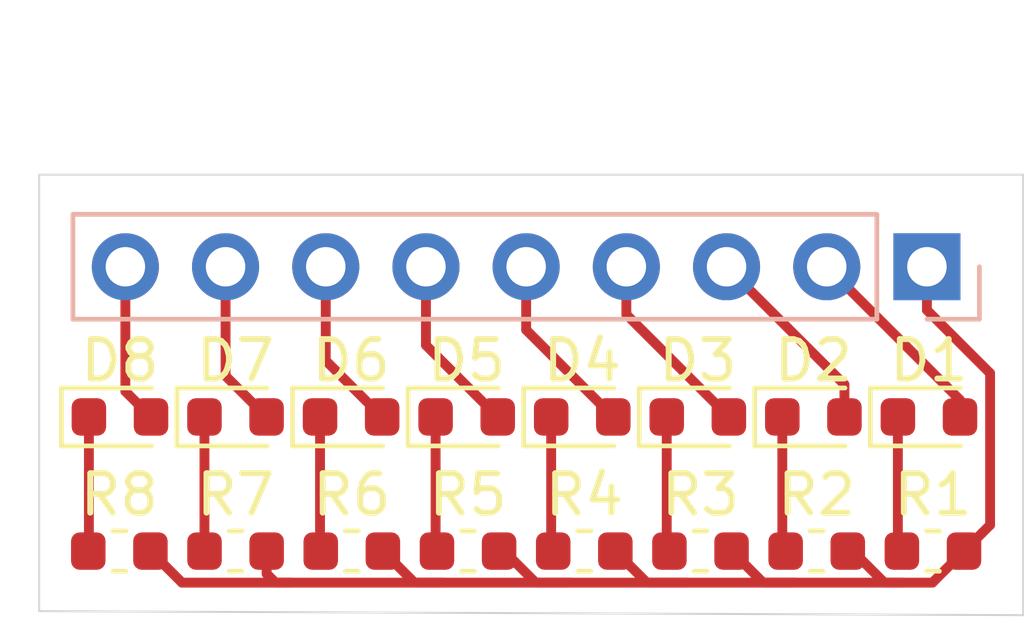
<source format=kicad_pcb>
(kicad_pcb (version 20171130) (host pcbnew "(5.1.0-0)")

  (general
    (thickness 1.6)
    (drawings 4)
    (tracks 62)
    (zones 0)
    (modules 17)
    (nets 18)
  )

  (page A4)
  (layers
    (0 F.Cu signal)
    (31 B.Cu signal)
    (32 B.Adhes user)
    (33 F.Adhes user)
    (34 B.Paste user)
    (35 F.Paste user)
    (36 B.SilkS user)
    (37 F.SilkS user)
    (38 B.Mask user)
    (39 F.Mask user)
    (40 Dwgs.User user)
    (41 Cmts.User user)
    (42 Eco1.User user)
    (43 Eco2.User user)
    (44 Edge.Cuts user)
    (45 Margin user)
    (46 B.CrtYd user)
    (47 F.CrtYd user)
    (48 B.Fab user)
    (49 F.Fab user)
  )

  (setup
    (last_trace_width 0.25)
    (trace_clearance 0.2)
    (zone_clearance 0.508)
    (zone_45_only no)
    (trace_min 0.2)
    (via_size 0.8)
    (via_drill 0.4)
    (via_min_size 0.4)
    (via_min_drill 0.3)
    (uvia_size 0.3)
    (uvia_drill 0.1)
    (uvias_allowed no)
    (uvia_min_size 0.2)
    (uvia_min_drill 0.1)
    (edge_width 0.05)
    (segment_width 0.2)
    (pcb_text_width 0.3)
    (pcb_text_size 1.5 1.5)
    (mod_edge_width 0.12)
    (mod_text_size 1 1)
    (mod_text_width 0.15)
    (pad_size 1.524 1.524)
    (pad_drill 0.762)
    (pad_to_mask_clearance 0.051)
    (solder_mask_min_width 0.25)
    (aux_axis_origin 0 0)
    (visible_elements FFFFFF7F)
    (pcbplotparams
      (layerselection 0x010fc_ffffffff)
      (usegerberextensions false)
      (usegerberattributes false)
      (usegerberadvancedattributes false)
      (creategerberjobfile false)
      (excludeedgelayer true)
      (linewidth 0.100000)
      (plotframeref false)
      (viasonmask false)
      (mode 1)
      (useauxorigin false)
      (hpglpennumber 1)
      (hpglpenspeed 20)
      (hpglpendiameter 15.000000)
      (psnegative false)
      (psa4output false)
      (plotreference true)
      (plotvalue true)
      (plotinvisibletext false)
      (padsonsilk false)
      (subtractmaskfromsilk false)
      (outputformat 1)
      (mirror false)
      (drillshape 1)
      (scaleselection 1)
      (outputdirectory ""))
  )

  (net 0 "")
  (net 1 "Net-(D1-Pad2)")
  (net 2 "Net-(D1-Pad1)")
  (net 3 "Net-(D2-Pad2)")
  (net 4 "Net-(D2-Pad1)")
  (net 5 "Net-(D3-Pad2)")
  (net 6 "Net-(D3-Pad1)")
  (net 7 "Net-(D4-Pad2)")
  (net 8 "Net-(D4-Pad1)")
  (net 9 "Net-(D5-Pad2)")
  (net 10 "Net-(D5-Pad1)")
  (net 11 "Net-(D6-Pad2)")
  (net 12 "Net-(D6-Pad1)")
  (net 13 "Net-(D7-Pad2)")
  (net 14 "Net-(D7-Pad1)")
  (net 15 "Net-(D8-Pad2)")
  (net 16 "Net-(D8-Pad1)")
  (net 17 "Net-(J1-Pad1)")

  (net_class Default "This is the default net class."
    (clearance 0.2)
    (trace_width 0.25)
    (via_dia 0.8)
    (via_drill 0.4)
    (uvia_dia 0.3)
    (uvia_drill 0.1)
    (add_net "Net-(D1-Pad1)")
    (add_net "Net-(D1-Pad2)")
    (add_net "Net-(D2-Pad1)")
    (add_net "Net-(D2-Pad2)")
    (add_net "Net-(D3-Pad1)")
    (add_net "Net-(D3-Pad2)")
    (add_net "Net-(D4-Pad1)")
    (add_net "Net-(D4-Pad2)")
    (add_net "Net-(D5-Pad1)")
    (add_net "Net-(D5-Pad2)")
    (add_net "Net-(D6-Pad1)")
    (add_net "Net-(D6-Pad2)")
    (add_net "Net-(D7-Pad1)")
    (add_net "Net-(D7-Pad2)")
    (add_net "Net-(D8-Pad1)")
    (add_net "Net-(D8-Pad2)")
    (add_net "Net-(J1-Pad1)")
  )

  (module Connector_PinHeader_2.54mm:PinHeader_1x09_P2.54mm_Vertical (layer B.Cu) (tedit 59FED5CC) (tstamp 5D82DEF2)
    (at 134.7724 72.4408 90)
    (descr "Through hole straight pin header, 1x09, 2.54mm pitch, single row")
    (tags "Through hole pin header THT 1x09 2.54mm single row")
    (path /5D82912C)
    (fp_text reference J1 (at 0 2.33 90) (layer B.SilkS) hide
      (effects (font (size 1 1) (thickness 0.15)) (justify mirror))
    )
    (fp_text value Conn_01x09_Male (at 0 -22.65 90) (layer B.Fab)
      (effects (font (size 1 1) (thickness 0.15)) (justify mirror))
    )
    (fp_text user %R (at 0 -10.16) (layer B.Fab)
      (effects (font (size 1 1) (thickness 0.15)) (justify mirror))
    )
    (fp_line (start 1.8 1.8) (end -1.8 1.8) (layer B.CrtYd) (width 0.05))
    (fp_line (start 1.8 -22.1) (end 1.8 1.8) (layer B.CrtYd) (width 0.05))
    (fp_line (start -1.8 -22.1) (end 1.8 -22.1) (layer B.CrtYd) (width 0.05))
    (fp_line (start -1.8 1.8) (end -1.8 -22.1) (layer B.CrtYd) (width 0.05))
    (fp_line (start -1.33 1.33) (end 0 1.33) (layer B.SilkS) (width 0.12))
    (fp_line (start -1.33 0) (end -1.33 1.33) (layer B.SilkS) (width 0.12))
    (fp_line (start -1.33 -1.27) (end 1.33 -1.27) (layer B.SilkS) (width 0.12))
    (fp_line (start 1.33 -1.27) (end 1.33 -21.65) (layer B.SilkS) (width 0.12))
    (fp_line (start -1.33 -1.27) (end -1.33 -21.65) (layer B.SilkS) (width 0.12))
    (fp_line (start -1.33 -21.65) (end 1.33 -21.65) (layer B.SilkS) (width 0.12))
    (fp_line (start -1.27 0.635) (end -0.635 1.27) (layer B.Fab) (width 0.1))
    (fp_line (start -1.27 -21.59) (end -1.27 0.635) (layer B.Fab) (width 0.1))
    (fp_line (start 1.27 -21.59) (end -1.27 -21.59) (layer B.Fab) (width 0.1))
    (fp_line (start 1.27 1.27) (end 1.27 -21.59) (layer B.Fab) (width 0.1))
    (fp_line (start -0.635 1.27) (end 1.27 1.27) (layer B.Fab) (width 0.1))
    (pad 9 thru_hole oval (at 0 -20.32 90) (size 1.7 1.7) (drill 1) (layers *.Cu *.Mask)
      (net 15 "Net-(D8-Pad2)"))
    (pad 8 thru_hole oval (at 0 -17.78 90) (size 1.7 1.7) (drill 1) (layers *.Cu *.Mask)
      (net 13 "Net-(D7-Pad2)"))
    (pad 7 thru_hole oval (at 0 -15.24 90) (size 1.7 1.7) (drill 1) (layers *.Cu *.Mask)
      (net 11 "Net-(D6-Pad2)"))
    (pad 6 thru_hole oval (at 0 -12.7 90) (size 1.7 1.7) (drill 1) (layers *.Cu *.Mask)
      (net 9 "Net-(D5-Pad2)"))
    (pad 5 thru_hole oval (at 0 -10.16 90) (size 1.7 1.7) (drill 1) (layers *.Cu *.Mask)
      (net 7 "Net-(D4-Pad2)"))
    (pad 4 thru_hole oval (at 0 -7.62 90) (size 1.7 1.7) (drill 1) (layers *.Cu *.Mask)
      (net 5 "Net-(D3-Pad2)"))
    (pad 3 thru_hole oval (at 0 -5.08 90) (size 1.7 1.7) (drill 1) (layers *.Cu *.Mask)
      (net 3 "Net-(D2-Pad2)"))
    (pad 2 thru_hole oval (at 0 -2.54 90) (size 1.7 1.7) (drill 1) (layers *.Cu *.Mask)
      (net 1 "Net-(D1-Pad2)"))
    (pad 1 thru_hole rect (at 0 0 90) (size 1.7 1.7) (drill 1) (layers *.Cu *.Mask)
      (net 17 "Net-(J1-Pad1)"))
    (model ${KISYS3DMOD}/Connector_PinHeader_2.54mm.3dshapes/PinHeader_1x09_P2.54mm_Vertical.wrl
      (at (xyz 0 0 0))
      (scale (xyz 1 1 1))
      (rotate (xyz 0 0 0))
    )
  )

  (module LED_SMD:LED_0603_1608Metric (layer F.Cu) (tedit 5B301BBE) (tstamp 5D82E2BF)
    (at 131.893484 76.2508)
    (descr "LED SMD 0603 (1608 Metric), square (rectangular) end terminal, IPC_7351 nominal, (Body size source: http://www.tortai-tech.com/upload/download/2011102023233369053.pdf), generated with kicad-footprint-generator")
    (tags diode)
    (path /5D82B797)
    (attr smd)
    (fp_text reference D2 (at 0 -1.43) (layer F.SilkS)
      (effects (font (size 1 1) (thickness 0.15)))
    )
    (fp_text value LED (at 0 1.43) (layer F.Fab)
      (effects (font (size 1 1) (thickness 0.15)))
    )
    (fp_text user %R (at 0 0) (layer F.Fab)
      (effects (font (size 0.4 0.4) (thickness 0.06)))
    )
    (fp_line (start 1.48 0.73) (end -1.48 0.73) (layer F.CrtYd) (width 0.05))
    (fp_line (start 1.48 -0.73) (end 1.48 0.73) (layer F.CrtYd) (width 0.05))
    (fp_line (start -1.48 -0.73) (end 1.48 -0.73) (layer F.CrtYd) (width 0.05))
    (fp_line (start -1.48 0.73) (end -1.48 -0.73) (layer F.CrtYd) (width 0.05))
    (fp_line (start -1.485 0.735) (end 0.8 0.735) (layer F.SilkS) (width 0.12))
    (fp_line (start -1.485 -0.735) (end -1.485 0.735) (layer F.SilkS) (width 0.12))
    (fp_line (start 0.8 -0.735) (end -1.485 -0.735) (layer F.SilkS) (width 0.12))
    (fp_line (start 0.8 0.4) (end 0.8 -0.4) (layer F.Fab) (width 0.1))
    (fp_line (start -0.8 0.4) (end 0.8 0.4) (layer F.Fab) (width 0.1))
    (fp_line (start -0.8 -0.1) (end -0.8 0.4) (layer F.Fab) (width 0.1))
    (fp_line (start -0.5 -0.4) (end -0.8 -0.1) (layer F.Fab) (width 0.1))
    (fp_line (start 0.8 -0.4) (end -0.5 -0.4) (layer F.Fab) (width 0.1))
    (pad 2 smd roundrect (at 0.7875 0) (size 0.875 0.95) (layers F.Cu F.Paste F.Mask) (roundrect_rratio 0.25)
      (net 3 "Net-(D2-Pad2)"))
    (pad 1 smd roundrect (at -0.7875 0) (size 0.875 0.95) (layers F.Cu F.Paste F.Mask) (roundrect_rratio 0.25)
      (net 4 "Net-(D2-Pad1)"))
    (model ${KISYS3DMOD}/LED_SMD.3dshapes/LED_0603_1608Metric.wrl
      (at (xyz 0 0 0))
      (scale (xyz 1 1 1))
      (rotate (xyz 0 0 0))
    )
  )

  (module LED_SMD:LED_0603_1608Metric (layer F.Cu) (tedit 5B301BBE) (tstamp 5D82DE16)
    (at 128.96377 76.2508)
    (descr "LED SMD 0603 (1608 Metric), square (rectangular) end terminal, IPC_7351 nominal, (Body size source: http://www.tortai-tech.com/upload/download/2011102023233369053.pdf), generated with kicad-footprint-generator")
    (tags diode)
    (path /5D82BC7C)
    (attr smd)
    (fp_text reference D3 (at 0 -1.43) (layer F.SilkS)
      (effects (font (size 1 1) (thickness 0.15)))
    )
    (fp_text value LED (at 0 1.43) (layer F.Fab)
      (effects (font (size 1 1) (thickness 0.15)))
    )
    (fp_text user %R (at 0 0) (layer F.Fab)
      (effects (font (size 0.4 0.4) (thickness 0.06)))
    )
    (fp_line (start 1.48 0.73) (end -1.48 0.73) (layer F.CrtYd) (width 0.05))
    (fp_line (start 1.48 -0.73) (end 1.48 0.73) (layer F.CrtYd) (width 0.05))
    (fp_line (start -1.48 -0.73) (end 1.48 -0.73) (layer F.CrtYd) (width 0.05))
    (fp_line (start -1.48 0.73) (end -1.48 -0.73) (layer F.CrtYd) (width 0.05))
    (fp_line (start -1.485 0.735) (end 0.8 0.735) (layer F.SilkS) (width 0.12))
    (fp_line (start -1.485 -0.735) (end -1.485 0.735) (layer F.SilkS) (width 0.12))
    (fp_line (start 0.8 -0.735) (end -1.485 -0.735) (layer F.SilkS) (width 0.12))
    (fp_line (start 0.8 0.4) (end 0.8 -0.4) (layer F.Fab) (width 0.1))
    (fp_line (start -0.8 0.4) (end 0.8 0.4) (layer F.Fab) (width 0.1))
    (fp_line (start -0.8 -0.1) (end -0.8 0.4) (layer F.Fab) (width 0.1))
    (fp_line (start -0.5 -0.4) (end -0.8 -0.1) (layer F.Fab) (width 0.1))
    (fp_line (start 0.8 -0.4) (end -0.5 -0.4) (layer F.Fab) (width 0.1))
    (pad 2 smd roundrect (at 0.7875 0) (size 0.875 0.95) (layers F.Cu F.Paste F.Mask) (roundrect_rratio 0.25)
      (net 5 "Net-(D3-Pad2)"))
    (pad 1 smd roundrect (at -0.7875 0) (size 0.875 0.95) (layers F.Cu F.Paste F.Mask) (roundrect_rratio 0.25)
      (net 6 "Net-(D3-Pad1)"))
    (model ${KISYS3DMOD}/LED_SMD.3dshapes/LED_0603_1608Metric.wrl
      (at (xyz 0 0 0))
      (scale (xyz 1 1 1))
      (rotate (xyz 0 0 0))
    )
  )

  (module LED_SMD:LED_0603_1608Metric (layer F.Cu) (tedit 5B301BBE) (tstamp 5D82DE2A)
    (at 126.034056 76.2508)
    (descr "LED SMD 0603 (1608 Metric), square (rectangular) end terminal, IPC_7351 nominal, (Body size source: http://www.tortai-tech.com/upload/download/2011102023233369053.pdf), generated with kicad-footprint-generator")
    (tags diode)
    (path /5D82C03F)
    (attr smd)
    (fp_text reference D4 (at 0 -1.43) (layer F.SilkS)
      (effects (font (size 1 1) (thickness 0.15)))
    )
    (fp_text value LED (at 0 1.43) (layer F.Fab)
      (effects (font (size 1 1) (thickness 0.15)))
    )
    (fp_text user %R (at 0 0) (layer F.Fab)
      (effects (font (size 0.4 0.4) (thickness 0.06)))
    )
    (fp_line (start 1.48 0.73) (end -1.48 0.73) (layer F.CrtYd) (width 0.05))
    (fp_line (start 1.48 -0.73) (end 1.48 0.73) (layer F.CrtYd) (width 0.05))
    (fp_line (start -1.48 -0.73) (end 1.48 -0.73) (layer F.CrtYd) (width 0.05))
    (fp_line (start -1.48 0.73) (end -1.48 -0.73) (layer F.CrtYd) (width 0.05))
    (fp_line (start -1.485 0.735) (end 0.8 0.735) (layer F.SilkS) (width 0.12))
    (fp_line (start -1.485 -0.735) (end -1.485 0.735) (layer F.SilkS) (width 0.12))
    (fp_line (start 0.8 -0.735) (end -1.485 -0.735) (layer F.SilkS) (width 0.12))
    (fp_line (start 0.8 0.4) (end 0.8 -0.4) (layer F.Fab) (width 0.1))
    (fp_line (start -0.8 0.4) (end 0.8 0.4) (layer F.Fab) (width 0.1))
    (fp_line (start -0.8 -0.1) (end -0.8 0.4) (layer F.Fab) (width 0.1))
    (fp_line (start -0.5 -0.4) (end -0.8 -0.1) (layer F.Fab) (width 0.1))
    (fp_line (start 0.8 -0.4) (end -0.5 -0.4) (layer F.Fab) (width 0.1))
    (pad 2 smd roundrect (at 0.7875 0) (size 0.875 0.95) (layers F.Cu F.Paste F.Mask) (roundrect_rratio 0.25)
      (net 7 "Net-(D4-Pad2)"))
    (pad 1 smd roundrect (at -0.7875 0) (size 0.875 0.95) (layers F.Cu F.Paste F.Mask) (roundrect_rratio 0.25)
      (net 8 "Net-(D4-Pad1)"))
    (model ${KISYS3DMOD}/LED_SMD.3dshapes/LED_0603_1608Metric.wrl
      (at (xyz 0 0 0))
      (scale (xyz 1 1 1))
      (rotate (xyz 0 0 0))
    )
  )

  (module LED_SMD:LED_0603_1608Metric (layer F.Cu) (tedit 5B301BBE) (tstamp 5D83164F)
    (at 123.104342 76.2508)
    (descr "LED SMD 0603 (1608 Metric), square (rectangular) end terminal, IPC_7351 nominal, (Body size source: http://www.tortai-tech.com/upload/download/2011102023233369053.pdf), generated with kicad-footprint-generator")
    (tags diode)
    (path /5D82D68E)
    (attr smd)
    (fp_text reference D5 (at 0 -1.43) (layer F.SilkS)
      (effects (font (size 1 1) (thickness 0.15)))
    )
    (fp_text value LED (at 0 1.43) (layer F.Fab)
      (effects (font (size 1 1) (thickness 0.15)))
    )
    (fp_text user %R (at 0 0) (layer F.Fab)
      (effects (font (size 0.4 0.4) (thickness 0.06)))
    )
    (fp_line (start 1.48 0.73) (end -1.48 0.73) (layer F.CrtYd) (width 0.05))
    (fp_line (start 1.48 -0.73) (end 1.48 0.73) (layer F.CrtYd) (width 0.05))
    (fp_line (start -1.48 -0.73) (end 1.48 -0.73) (layer F.CrtYd) (width 0.05))
    (fp_line (start -1.48 0.73) (end -1.48 -0.73) (layer F.CrtYd) (width 0.05))
    (fp_line (start -1.485 0.735) (end 0.8 0.735) (layer F.SilkS) (width 0.12))
    (fp_line (start -1.485 -0.735) (end -1.485 0.735) (layer F.SilkS) (width 0.12))
    (fp_line (start 0.8 -0.735) (end -1.485 -0.735) (layer F.SilkS) (width 0.12))
    (fp_line (start 0.8 0.4) (end 0.8 -0.4) (layer F.Fab) (width 0.1))
    (fp_line (start -0.8 0.4) (end 0.8 0.4) (layer F.Fab) (width 0.1))
    (fp_line (start -0.8 -0.1) (end -0.8 0.4) (layer F.Fab) (width 0.1))
    (fp_line (start -0.5 -0.4) (end -0.8 -0.1) (layer F.Fab) (width 0.1))
    (fp_line (start 0.8 -0.4) (end -0.5 -0.4) (layer F.Fab) (width 0.1))
    (pad 2 smd roundrect (at 0.7875 0) (size 0.875 0.95) (layers F.Cu F.Paste F.Mask) (roundrect_rratio 0.25)
      (net 9 "Net-(D5-Pad2)"))
    (pad 1 smd roundrect (at -0.7875 0) (size 0.875 0.95) (layers F.Cu F.Paste F.Mask) (roundrect_rratio 0.25)
      (net 10 "Net-(D5-Pad1)"))
    (model ${KISYS3DMOD}/LED_SMD.3dshapes/LED_0603_1608Metric.wrl
      (at (xyz 0 0 0))
      (scale (xyz 1 1 1))
      (rotate (xyz 0 0 0))
    )
  )

  (module LED_SMD:LED_0603_1608Metric (layer F.Cu) (tedit 5B301BBE) (tstamp 5D82DDEE)
    (at 134.8232 76.2508)
    (descr "LED SMD 0603 (1608 Metric), square (rectangular) end terminal, IPC_7351 nominal, (Body size source: http://www.tortai-tech.com/upload/download/2011102023233369053.pdf), generated with kicad-footprint-generator")
    (tags diode)
    (path /5D82A3ED)
    (attr smd)
    (fp_text reference D1 (at 0 -1.43) (layer F.SilkS)
      (effects (font (size 1 1) (thickness 0.15)))
    )
    (fp_text value LED (at 0 1.43) (layer F.Fab)
      (effects (font (size 1 1) (thickness 0.15)))
    )
    (fp_text user %R (at 0 0) (layer F.Fab)
      (effects (font (size 0.4 0.4) (thickness 0.06)))
    )
    (fp_line (start 1.48 0.73) (end -1.48 0.73) (layer F.CrtYd) (width 0.05))
    (fp_line (start 1.48 -0.73) (end 1.48 0.73) (layer F.CrtYd) (width 0.05))
    (fp_line (start -1.48 -0.73) (end 1.48 -0.73) (layer F.CrtYd) (width 0.05))
    (fp_line (start -1.48 0.73) (end -1.48 -0.73) (layer F.CrtYd) (width 0.05))
    (fp_line (start -1.485 0.735) (end 0.8 0.735) (layer F.SilkS) (width 0.12))
    (fp_line (start -1.485 -0.735) (end -1.485 0.735) (layer F.SilkS) (width 0.12))
    (fp_line (start 0.8 -0.735) (end -1.485 -0.735) (layer F.SilkS) (width 0.12))
    (fp_line (start 0.8 0.4) (end 0.8 -0.4) (layer F.Fab) (width 0.1))
    (fp_line (start -0.8 0.4) (end 0.8 0.4) (layer F.Fab) (width 0.1))
    (fp_line (start -0.8 -0.1) (end -0.8 0.4) (layer F.Fab) (width 0.1))
    (fp_line (start -0.5 -0.4) (end -0.8 -0.1) (layer F.Fab) (width 0.1))
    (fp_line (start 0.8 -0.4) (end -0.5 -0.4) (layer F.Fab) (width 0.1))
    (pad 2 smd roundrect (at 0.7875 0) (size 0.875 0.95) (layers F.Cu F.Paste F.Mask) (roundrect_rratio 0.25)
      (net 1 "Net-(D1-Pad2)"))
    (pad 1 smd roundrect (at -0.7875 0) (size 0.875 0.95) (layers F.Cu F.Paste F.Mask) (roundrect_rratio 0.25)
      (net 2 "Net-(D1-Pad1)"))
    (model ${KISYS3DMOD}/LED_SMD.3dshapes/LED_0603_1608Metric.wrl
      (at (xyz 0 0 0))
      (scale (xyz 1 1 1))
      (rotate (xyz 0 0 0))
    )
  )

  (module LED_SMD:LED_0603_1608Metric (layer F.Cu) (tedit 5B301BBE) (tstamp 5D82DE52)
    (at 120.174628 76.2508)
    (descr "LED SMD 0603 (1608 Metric), square (rectangular) end terminal, IPC_7351 nominal, (Body size source: http://www.tortai-tech.com/upload/download/2011102023233369053.pdf), generated with kicad-footprint-generator")
    (tags diode)
    (path /5D82D694)
    (attr smd)
    (fp_text reference D6 (at 0 -1.43) (layer F.SilkS)
      (effects (font (size 1 1) (thickness 0.15)))
    )
    (fp_text value LED (at 0 1.43) (layer F.Fab)
      (effects (font (size 1 1) (thickness 0.15)))
    )
    (fp_text user %R (at 0 0) (layer F.Fab)
      (effects (font (size 0.4 0.4) (thickness 0.06)))
    )
    (fp_line (start 1.48 0.73) (end -1.48 0.73) (layer F.CrtYd) (width 0.05))
    (fp_line (start 1.48 -0.73) (end 1.48 0.73) (layer F.CrtYd) (width 0.05))
    (fp_line (start -1.48 -0.73) (end 1.48 -0.73) (layer F.CrtYd) (width 0.05))
    (fp_line (start -1.48 0.73) (end -1.48 -0.73) (layer F.CrtYd) (width 0.05))
    (fp_line (start -1.485 0.735) (end 0.8 0.735) (layer F.SilkS) (width 0.12))
    (fp_line (start -1.485 -0.735) (end -1.485 0.735) (layer F.SilkS) (width 0.12))
    (fp_line (start 0.8 -0.735) (end -1.485 -0.735) (layer F.SilkS) (width 0.12))
    (fp_line (start 0.8 0.4) (end 0.8 -0.4) (layer F.Fab) (width 0.1))
    (fp_line (start -0.8 0.4) (end 0.8 0.4) (layer F.Fab) (width 0.1))
    (fp_line (start -0.8 -0.1) (end -0.8 0.4) (layer F.Fab) (width 0.1))
    (fp_line (start -0.5 -0.4) (end -0.8 -0.1) (layer F.Fab) (width 0.1))
    (fp_line (start 0.8 -0.4) (end -0.5 -0.4) (layer F.Fab) (width 0.1))
    (pad 2 smd roundrect (at 0.7875 0) (size 0.875 0.95) (layers F.Cu F.Paste F.Mask) (roundrect_rratio 0.25)
      (net 11 "Net-(D6-Pad2)"))
    (pad 1 smd roundrect (at -0.7875 0) (size 0.875 0.95) (layers F.Cu F.Paste F.Mask) (roundrect_rratio 0.25)
      (net 12 "Net-(D6-Pad1)"))
    (model ${KISYS3DMOD}/LED_SMD.3dshapes/LED_0603_1608Metric.wrl
      (at (xyz 0 0 0))
      (scale (xyz 1 1 1))
      (rotate (xyz 0 0 0))
    )
  )

  (module LED_SMD:LED_0603_1608Metric (layer F.Cu) (tedit 5B301BBE) (tstamp 5D82DE66)
    (at 117.244914 76.2508)
    (descr "LED SMD 0603 (1608 Metric), square (rectangular) end terminal, IPC_7351 nominal, (Body size source: http://www.tortai-tech.com/upload/download/2011102023233369053.pdf), generated with kicad-footprint-generator")
    (tags diode)
    (path /5D82D69A)
    (attr smd)
    (fp_text reference D7 (at 0 -1.43) (layer F.SilkS)
      (effects (font (size 1 1) (thickness 0.15)))
    )
    (fp_text value LED (at 0 1.43) (layer F.Fab)
      (effects (font (size 1 1) (thickness 0.15)))
    )
    (fp_text user %R (at 0 0) (layer F.Fab)
      (effects (font (size 0.4 0.4) (thickness 0.06)))
    )
    (fp_line (start 1.48 0.73) (end -1.48 0.73) (layer F.CrtYd) (width 0.05))
    (fp_line (start 1.48 -0.73) (end 1.48 0.73) (layer F.CrtYd) (width 0.05))
    (fp_line (start -1.48 -0.73) (end 1.48 -0.73) (layer F.CrtYd) (width 0.05))
    (fp_line (start -1.48 0.73) (end -1.48 -0.73) (layer F.CrtYd) (width 0.05))
    (fp_line (start -1.485 0.735) (end 0.8 0.735) (layer F.SilkS) (width 0.12))
    (fp_line (start -1.485 -0.735) (end -1.485 0.735) (layer F.SilkS) (width 0.12))
    (fp_line (start 0.8 -0.735) (end -1.485 -0.735) (layer F.SilkS) (width 0.12))
    (fp_line (start 0.8 0.4) (end 0.8 -0.4) (layer F.Fab) (width 0.1))
    (fp_line (start -0.8 0.4) (end 0.8 0.4) (layer F.Fab) (width 0.1))
    (fp_line (start -0.8 -0.1) (end -0.8 0.4) (layer F.Fab) (width 0.1))
    (fp_line (start -0.5 -0.4) (end -0.8 -0.1) (layer F.Fab) (width 0.1))
    (fp_line (start 0.8 -0.4) (end -0.5 -0.4) (layer F.Fab) (width 0.1))
    (pad 2 smd roundrect (at 0.7875 0) (size 0.875 0.95) (layers F.Cu F.Paste F.Mask) (roundrect_rratio 0.25)
      (net 13 "Net-(D7-Pad2)"))
    (pad 1 smd roundrect (at -0.7875 0) (size 0.875 0.95) (layers F.Cu F.Paste F.Mask) (roundrect_rratio 0.25)
      (net 14 "Net-(D7-Pad1)"))
    (model ${KISYS3DMOD}/LED_SMD.3dshapes/LED_0603_1608Metric.wrl
      (at (xyz 0 0 0))
      (scale (xyz 1 1 1))
      (rotate (xyz 0 0 0))
    )
  )

  (module LED_SMD:LED_0603_1608Metric (layer F.Cu) (tedit 5B301BBE) (tstamp 5D830B03)
    (at 114.3152 76.2508)
    (descr "LED SMD 0603 (1608 Metric), square (rectangular) end terminal, IPC_7351 nominal, (Body size source: http://www.tortai-tech.com/upload/download/2011102023233369053.pdf), generated with kicad-footprint-generator")
    (tags diode)
    (path /5D82D6A0)
    (attr smd)
    (fp_text reference D8 (at 0 -1.43) (layer F.SilkS)
      (effects (font (size 1 1) (thickness 0.15)))
    )
    (fp_text value LED (at 0 1.43) (layer F.Fab)
      (effects (font (size 1 1) (thickness 0.15)))
    )
    (fp_text user %R (at 0 0) (layer F.Fab)
      (effects (font (size 0.4 0.4) (thickness 0.06)))
    )
    (fp_line (start 1.48 0.73) (end -1.48 0.73) (layer F.CrtYd) (width 0.05))
    (fp_line (start 1.48 -0.73) (end 1.48 0.73) (layer F.CrtYd) (width 0.05))
    (fp_line (start -1.48 -0.73) (end 1.48 -0.73) (layer F.CrtYd) (width 0.05))
    (fp_line (start -1.48 0.73) (end -1.48 -0.73) (layer F.CrtYd) (width 0.05))
    (fp_line (start -1.485 0.735) (end 0.8 0.735) (layer F.SilkS) (width 0.12))
    (fp_line (start -1.485 -0.735) (end -1.485 0.735) (layer F.SilkS) (width 0.12))
    (fp_line (start 0.8 -0.735) (end -1.485 -0.735) (layer F.SilkS) (width 0.12))
    (fp_line (start 0.8 0.4) (end 0.8 -0.4) (layer F.Fab) (width 0.1))
    (fp_line (start -0.8 0.4) (end 0.8 0.4) (layer F.Fab) (width 0.1))
    (fp_line (start -0.8 -0.1) (end -0.8 0.4) (layer F.Fab) (width 0.1))
    (fp_line (start -0.5 -0.4) (end -0.8 -0.1) (layer F.Fab) (width 0.1))
    (fp_line (start 0.8 -0.4) (end -0.5 -0.4) (layer F.Fab) (width 0.1))
    (pad 2 smd roundrect (at 0.7875 0) (size 0.875 0.95) (layers F.Cu F.Paste F.Mask) (roundrect_rratio 0.25)
      (net 15 "Net-(D8-Pad2)"))
    (pad 1 smd roundrect (at -0.7875 0) (size 0.875 0.95) (layers F.Cu F.Paste F.Mask) (roundrect_rratio 0.25)
      (net 16 "Net-(D8-Pad1)"))
    (model ${KISYS3DMOD}/LED_SMD.3dshapes/LED_0603_1608Metric.wrl
      (at (xyz 0 0 0))
      (scale (xyz 1 1 1))
      (rotate (xyz 0 0 0))
    )
  )

  (module Resistor_SMD:R_0603_1608Metric (layer F.Cu) (tedit 5B301BBD) (tstamp 5D82DF03)
    (at 134.9248 79.6544)
    (descr "Resistor SMD 0603 (1608 Metric), square (rectangular) end terminal, IPC_7351 nominal, (Body size source: http://www.tortai-tech.com/upload/download/2011102023233369053.pdf), generated with kicad-footprint-generator")
    (tags resistor)
    (path /5D83240C)
    (attr smd)
    (fp_text reference R1 (at 0 -1.43) (layer F.SilkS)
      (effects (font (size 1 1) (thickness 0.15)))
    )
    (fp_text value 220Ω (at 0 1.43) (layer F.Fab)
      (effects (font (size 1 1) (thickness 0.15)))
    )
    (fp_text user %R (at 0 0) (layer F.Fab)
      (effects (font (size 0.4 0.4) (thickness 0.06)))
    )
    (fp_line (start 1.48 0.73) (end -1.48 0.73) (layer F.CrtYd) (width 0.05))
    (fp_line (start 1.48 -0.73) (end 1.48 0.73) (layer F.CrtYd) (width 0.05))
    (fp_line (start -1.48 -0.73) (end 1.48 -0.73) (layer F.CrtYd) (width 0.05))
    (fp_line (start -1.48 0.73) (end -1.48 -0.73) (layer F.CrtYd) (width 0.05))
    (fp_line (start -0.162779 0.51) (end 0.162779 0.51) (layer F.SilkS) (width 0.12))
    (fp_line (start -0.162779 -0.51) (end 0.162779 -0.51) (layer F.SilkS) (width 0.12))
    (fp_line (start 0.8 0.4) (end -0.8 0.4) (layer F.Fab) (width 0.1))
    (fp_line (start 0.8 -0.4) (end 0.8 0.4) (layer F.Fab) (width 0.1))
    (fp_line (start -0.8 -0.4) (end 0.8 -0.4) (layer F.Fab) (width 0.1))
    (fp_line (start -0.8 0.4) (end -0.8 -0.4) (layer F.Fab) (width 0.1))
    (pad 2 smd roundrect (at 0.7875 0) (size 0.875 0.95) (layers F.Cu F.Paste F.Mask) (roundrect_rratio 0.25)
      (net 17 "Net-(J1-Pad1)"))
    (pad 1 smd roundrect (at -0.7875 0) (size 0.875 0.95) (layers F.Cu F.Paste F.Mask) (roundrect_rratio 0.25)
      (net 2 "Net-(D1-Pad1)"))
    (model ${KISYS3DMOD}/Resistor_SMD.3dshapes/R_0603_1608Metric.wrl
      (at (xyz 0 0 0))
      (scale (xyz 1 1 1))
      (rotate (xyz 0 0 0))
    )
  )

  (module Resistor_SMD:R_0603_1608Metric (layer F.Cu) (tedit 5B301BBD) (tstamp 5D82DF14)
    (at 131.9784 79.6544)
    (descr "Resistor SMD 0603 (1608 Metric), square (rectangular) end terminal, IPC_7351 nominal, (Body size source: http://www.tortai-tech.com/upload/download/2011102023233369053.pdf), generated with kicad-footprint-generator")
    (tags resistor)
    (path /5D8329A8)
    (attr smd)
    (fp_text reference R2 (at 0 -1.43) (layer F.SilkS)
      (effects (font (size 1 1) (thickness 0.15)))
    )
    (fp_text value 220Ω (at 0 1.43) (layer F.Fab)
      (effects (font (size 1 1) (thickness 0.15)))
    )
    (fp_text user %R (at 0 0) (layer F.Fab)
      (effects (font (size 0.4 0.4) (thickness 0.06)))
    )
    (fp_line (start 1.48 0.73) (end -1.48 0.73) (layer F.CrtYd) (width 0.05))
    (fp_line (start 1.48 -0.73) (end 1.48 0.73) (layer F.CrtYd) (width 0.05))
    (fp_line (start -1.48 -0.73) (end 1.48 -0.73) (layer F.CrtYd) (width 0.05))
    (fp_line (start -1.48 0.73) (end -1.48 -0.73) (layer F.CrtYd) (width 0.05))
    (fp_line (start -0.162779 0.51) (end 0.162779 0.51) (layer F.SilkS) (width 0.12))
    (fp_line (start -0.162779 -0.51) (end 0.162779 -0.51) (layer F.SilkS) (width 0.12))
    (fp_line (start 0.8 0.4) (end -0.8 0.4) (layer F.Fab) (width 0.1))
    (fp_line (start 0.8 -0.4) (end 0.8 0.4) (layer F.Fab) (width 0.1))
    (fp_line (start -0.8 -0.4) (end 0.8 -0.4) (layer F.Fab) (width 0.1))
    (fp_line (start -0.8 0.4) (end -0.8 -0.4) (layer F.Fab) (width 0.1))
    (pad 2 smd roundrect (at 0.7875 0) (size 0.875 0.95) (layers F.Cu F.Paste F.Mask) (roundrect_rratio 0.25)
      (net 17 "Net-(J1-Pad1)"))
    (pad 1 smd roundrect (at -0.7875 0) (size 0.875 0.95) (layers F.Cu F.Paste F.Mask) (roundrect_rratio 0.25)
      (net 4 "Net-(D2-Pad1)"))
    (model ${KISYS3DMOD}/Resistor_SMD.3dshapes/R_0603_1608Metric.wrl
      (at (xyz 0 0 0))
      (scale (xyz 1 1 1))
      (rotate (xyz 0 0 0))
    )
  )

  (module Resistor_SMD:R_0603_1608Metric (layer F.Cu) (tedit 5B301BBD) (tstamp 5D82DF25)
    (at 129.032 79.6544)
    (descr "Resistor SMD 0603 (1608 Metric), square (rectangular) end terminal, IPC_7351 nominal, (Body size source: http://www.tortai-tech.com/upload/download/2011102023233369053.pdf), generated with kicad-footprint-generator")
    (tags resistor)
    (path /5D832D0B)
    (attr smd)
    (fp_text reference R3 (at 0 -1.43) (layer F.SilkS)
      (effects (font (size 1 1) (thickness 0.15)))
    )
    (fp_text value 220Ω (at 0 1.43) (layer F.Fab)
      (effects (font (size 1 1) (thickness 0.15)))
    )
    (fp_text user %R (at 0 0) (layer F.Fab)
      (effects (font (size 0.4 0.4) (thickness 0.06)))
    )
    (fp_line (start 1.48 0.73) (end -1.48 0.73) (layer F.CrtYd) (width 0.05))
    (fp_line (start 1.48 -0.73) (end 1.48 0.73) (layer F.CrtYd) (width 0.05))
    (fp_line (start -1.48 -0.73) (end 1.48 -0.73) (layer F.CrtYd) (width 0.05))
    (fp_line (start -1.48 0.73) (end -1.48 -0.73) (layer F.CrtYd) (width 0.05))
    (fp_line (start -0.162779 0.51) (end 0.162779 0.51) (layer F.SilkS) (width 0.12))
    (fp_line (start -0.162779 -0.51) (end 0.162779 -0.51) (layer F.SilkS) (width 0.12))
    (fp_line (start 0.8 0.4) (end -0.8 0.4) (layer F.Fab) (width 0.1))
    (fp_line (start 0.8 -0.4) (end 0.8 0.4) (layer F.Fab) (width 0.1))
    (fp_line (start -0.8 -0.4) (end 0.8 -0.4) (layer F.Fab) (width 0.1))
    (fp_line (start -0.8 0.4) (end -0.8 -0.4) (layer F.Fab) (width 0.1))
    (pad 2 smd roundrect (at 0.7875 0) (size 0.875 0.95) (layers F.Cu F.Paste F.Mask) (roundrect_rratio 0.25)
      (net 17 "Net-(J1-Pad1)"))
    (pad 1 smd roundrect (at -0.7875 0) (size 0.875 0.95) (layers F.Cu F.Paste F.Mask) (roundrect_rratio 0.25)
      (net 6 "Net-(D3-Pad1)"))
    (model ${KISYS3DMOD}/Resistor_SMD.3dshapes/R_0603_1608Metric.wrl
      (at (xyz 0 0 0))
      (scale (xyz 1 1 1))
      (rotate (xyz 0 0 0))
    )
  )

  (module Resistor_SMD:R_0603_1608Metric (layer F.Cu) (tedit 5B301BBD) (tstamp 5D82DF36)
    (at 126.0856 79.6544)
    (descr "Resistor SMD 0603 (1608 Metric), square (rectangular) end terminal, IPC_7351 nominal, (Body size source: http://www.tortai-tech.com/upload/download/2011102023233369053.pdf), generated with kicad-footprint-generator")
    (tags resistor)
    (path /5D83302F)
    (attr smd)
    (fp_text reference R4 (at 0 -1.43) (layer F.SilkS)
      (effects (font (size 1 1) (thickness 0.15)))
    )
    (fp_text value 220Ω (at 0 1.43) (layer F.Fab)
      (effects (font (size 1 1) (thickness 0.15)))
    )
    (fp_text user %R (at 0 0) (layer F.Fab)
      (effects (font (size 0.4 0.4) (thickness 0.06)))
    )
    (fp_line (start 1.48 0.73) (end -1.48 0.73) (layer F.CrtYd) (width 0.05))
    (fp_line (start 1.48 -0.73) (end 1.48 0.73) (layer F.CrtYd) (width 0.05))
    (fp_line (start -1.48 -0.73) (end 1.48 -0.73) (layer F.CrtYd) (width 0.05))
    (fp_line (start -1.48 0.73) (end -1.48 -0.73) (layer F.CrtYd) (width 0.05))
    (fp_line (start -0.162779 0.51) (end 0.162779 0.51) (layer F.SilkS) (width 0.12))
    (fp_line (start -0.162779 -0.51) (end 0.162779 -0.51) (layer F.SilkS) (width 0.12))
    (fp_line (start 0.8 0.4) (end -0.8 0.4) (layer F.Fab) (width 0.1))
    (fp_line (start 0.8 -0.4) (end 0.8 0.4) (layer F.Fab) (width 0.1))
    (fp_line (start -0.8 -0.4) (end 0.8 -0.4) (layer F.Fab) (width 0.1))
    (fp_line (start -0.8 0.4) (end -0.8 -0.4) (layer F.Fab) (width 0.1))
    (pad 2 smd roundrect (at 0.7875 0) (size 0.875 0.95) (layers F.Cu F.Paste F.Mask) (roundrect_rratio 0.25)
      (net 17 "Net-(J1-Pad1)"))
    (pad 1 smd roundrect (at -0.7875 0) (size 0.875 0.95) (layers F.Cu F.Paste F.Mask) (roundrect_rratio 0.25)
      (net 8 "Net-(D4-Pad1)"))
    (model ${KISYS3DMOD}/Resistor_SMD.3dshapes/R_0603_1608Metric.wrl
      (at (xyz 0 0 0))
      (scale (xyz 1 1 1))
      (rotate (xyz 0 0 0))
    )
  )

  (module Resistor_SMD:R_0603_1608Metric (layer F.Cu) (tedit 5B301BBD) (tstamp 5D82DF47)
    (at 123.1392 79.6544)
    (descr "Resistor SMD 0603 (1608 Metric), square (rectangular) end terminal, IPC_7351 nominal, (Body size source: http://www.tortai-tech.com/upload/download/2011102023233369053.pdf), generated with kicad-footprint-generator")
    (tags resistor)
    (path /5D83348E)
    (attr smd)
    (fp_text reference R5 (at 0 -1.43) (layer F.SilkS)
      (effects (font (size 1 1) (thickness 0.15)))
    )
    (fp_text value 220Ω (at 0 1.43) (layer F.Fab)
      (effects (font (size 1 1) (thickness 0.15)))
    )
    (fp_text user %R (at 0 0) (layer F.Fab)
      (effects (font (size 0.4 0.4) (thickness 0.06)))
    )
    (fp_line (start 1.48 0.73) (end -1.48 0.73) (layer F.CrtYd) (width 0.05))
    (fp_line (start 1.48 -0.73) (end 1.48 0.73) (layer F.CrtYd) (width 0.05))
    (fp_line (start -1.48 -0.73) (end 1.48 -0.73) (layer F.CrtYd) (width 0.05))
    (fp_line (start -1.48 0.73) (end -1.48 -0.73) (layer F.CrtYd) (width 0.05))
    (fp_line (start -0.162779 0.51) (end 0.162779 0.51) (layer F.SilkS) (width 0.12))
    (fp_line (start -0.162779 -0.51) (end 0.162779 -0.51) (layer F.SilkS) (width 0.12))
    (fp_line (start 0.8 0.4) (end -0.8 0.4) (layer F.Fab) (width 0.1))
    (fp_line (start 0.8 -0.4) (end 0.8 0.4) (layer F.Fab) (width 0.1))
    (fp_line (start -0.8 -0.4) (end 0.8 -0.4) (layer F.Fab) (width 0.1))
    (fp_line (start -0.8 0.4) (end -0.8 -0.4) (layer F.Fab) (width 0.1))
    (pad 2 smd roundrect (at 0.7875 0) (size 0.875 0.95) (layers F.Cu F.Paste F.Mask) (roundrect_rratio 0.25)
      (net 17 "Net-(J1-Pad1)"))
    (pad 1 smd roundrect (at -0.7875 0) (size 0.875 0.95) (layers F.Cu F.Paste F.Mask) (roundrect_rratio 0.25)
      (net 10 "Net-(D5-Pad1)"))
    (model ${KISYS3DMOD}/Resistor_SMD.3dshapes/R_0603_1608Metric.wrl
      (at (xyz 0 0 0))
      (scale (xyz 1 1 1))
      (rotate (xyz 0 0 0))
    )
  )

  (module Resistor_SMD:R_0603_1608Metric (layer F.Cu) (tedit 5B301BBD) (tstamp 5D82DF58)
    (at 120.1928 79.6544)
    (descr "Resistor SMD 0603 (1608 Metric), square (rectangular) end terminal, IPC_7351 nominal, (Body size source: http://www.tortai-tech.com/upload/download/2011102023233369053.pdf), generated with kicad-footprint-generator")
    (tags resistor)
    (path /5D83368C)
    (attr smd)
    (fp_text reference R6 (at 0 -1.43) (layer F.SilkS)
      (effects (font (size 1 1) (thickness 0.15)))
    )
    (fp_text value 220Ω (at 0 1.43) (layer F.Fab)
      (effects (font (size 1 1) (thickness 0.15)))
    )
    (fp_text user %R (at 0 0) (layer F.Fab)
      (effects (font (size 0.4 0.4) (thickness 0.06)))
    )
    (fp_line (start 1.48 0.73) (end -1.48 0.73) (layer F.CrtYd) (width 0.05))
    (fp_line (start 1.48 -0.73) (end 1.48 0.73) (layer F.CrtYd) (width 0.05))
    (fp_line (start -1.48 -0.73) (end 1.48 -0.73) (layer F.CrtYd) (width 0.05))
    (fp_line (start -1.48 0.73) (end -1.48 -0.73) (layer F.CrtYd) (width 0.05))
    (fp_line (start -0.162779 0.51) (end 0.162779 0.51) (layer F.SilkS) (width 0.12))
    (fp_line (start -0.162779 -0.51) (end 0.162779 -0.51) (layer F.SilkS) (width 0.12))
    (fp_line (start 0.8 0.4) (end -0.8 0.4) (layer F.Fab) (width 0.1))
    (fp_line (start 0.8 -0.4) (end 0.8 0.4) (layer F.Fab) (width 0.1))
    (fp_line (start -0.8 -0.4) (end 0.8 -0.4) (layer F.Fab) (width 0.1))
    (fp_line (start -0.8 0.4) (end -0.8 -0.4) (layer F.Fab) (width 0.1))
    (pad 2 smd roundrect (at 0.7875 0) (size 0.875 0.95) (layers F.Cu F.Paste F.Mask) (roundrect_rratio 0.25)
      (net 17 "Net-(J1-Pad1)"))
    (pad 1 smd roundrect (at -0.7875 0) (size 0.875 0.95) (layers F.Cu F.Paste F.Mask) (roundrect_rratio 0.25)
      (net 12 "Net-(D6-Pad1)"))
    (model ${KISYS3DMOD}/Resistor_SMD.3dshapes/R_0603_1608Metric.wrl
      (at (xyz 0 0 0))
      (scale (xyz 1 1 1))
      (rotate (xyz 0 0 0))
    )
  )

  (module Resistor_SMD:R_0603_1608Metric (layer F.Cu) (tedit 5B301BBD) (tstamp 5D82DF69)
    (at 117.2464 79.6544)
    (descr "Resistor SMD 0603 (1608 Metric), square (rectangular) end terminal, IPC_7351 nominal, (Body size source: http://www.tortai-tech.com/upload/download/2011102023233369053.pdf), generated with kicad-footprint-generator")
    (tags resistor)
    (path /5D83395C)
    (attr smd)
    (fp_text reference R7 (at 0 -1.43) (layer F.SilkS)
      (effects (font (size 1 1) (thickness 0.15)))
    )
    (fp_text value 220Ω (at 0 1.43) (layer F.Fab)
      (effects (font (size 1 1) (thickness 0.15)))
    )
    (fp_text user %R (at 0 0) (layer F.Fab)
      (effects (font (size 0.4 0.4) (thickness 0.06)))
    )
    (fp_line (start 1.48 0.73) (end -1.48 0.73) (layer F.CrtYd) (width 0.05))
    (fp_line (start 1.48 -0.73) (end 1.48 0.73) (layer F.CrtYd) (width 0.05))
    (fp_line (start -1.48 -0.73) (end 1.48 -0.73) (layer F.CrtYd) (width 0.05))
    (fp_line (start -1.48 0.73) (end -1.48 -0.73) (layer F.CrtYd) (width 0.05))
    (fp_line (start -0.162779 0.51) (end 0.162779 0.51) (layer F.SilkS) (width 0.12))
    (fp_line (start -0.162779 -0.51) (end 0.162779 -0.51) (layer F.SilkS) (width 0.12))
    (fp_line (start 0.8 0.4) (end -0.8 0.4) (layer F.Fab) (width 0.1))
    (fp_line (start 0.8 -0.4) (end 0.8 0.4) (layer F.Fab) (width 0.1))
    (fp_line (start -0.8 -0.4) (end 0.8 -0.4) (layer F.Fab) (width 0.1))
    (fp_line (start -0.8 0.4) (end -0.8 -0.4) (layer F.Fab) (width 0.1))
    (pad 2 smd roundrect (at 0.7875 0) (size 0.875 0.95) (layers F.Cu F.Paste F.Mask) (roundrect_rratio 0.25)
      (net 17 "Net-(J1-Pad1)"))
    (pad 1 smd roundrect (at -0.7875 0) (size 0.875 0.95) (layers F.Cu F.Paste F.Mask) (roundrect_rratio 0.25)
      (net 14 "Net-(D7-Pad1)"))
    (model ${KISYS3DMOD}/Resistor_SMD.3dshapes/R_0603_1608Metric.wrl
      (at (xyz 0 0 0))
      (scale (xyz 1 1 1))
      (rotate (xyz 0 0 0))
    )
  )

  (module Resistor_SMD:R_0603_1608Metric (layer F.Cu) (tedit 5B301BBD) (tstamp 5D82DF7A)
    (at 114.3 79.6544)
    (descr "Resistor SMD 0603 (1608 Metric), square (rectangular) end terminal, IPC_7351 nominal, (Body size source: http://www.tortai-tech.com/upload/download/2011102023233369053.pdf), generated with kicad-footprint-generator")
    (tags resistor)
    (path /5D833B06)
    (attr smd)
    (fp_text reference R8 (at 0 -1.43) (layer F.SilkS)
      (effects (font (size 1 1) (thickness 0.15)))
    )
    (fp_text value 220Ω (at 0 1.43) (layer F.Fab)
      (effects (font (size 1 1) (thickness 0.15)))
    )
    (fp_text user %R (at 0 0) (layer F.Fab)
      (effects (font (size 0.4 0.4) (thickness 0.06)))
    )
    (fp_line (start 1.48 0.73) (end -1.48 0.73) (layer F.CrtYd) (width 0.05))
    (fp_line (start 1.48 -0.73) (end 1.48 0.73) (layer F.CrtYd) (width 0.05))
    (fp_line (start -1.48 -0.73) (end 1.48 -0.73) (layer F.CrtYd) (width 0.05))
    (fp_line (start -1.48 0.73) (end -1.48 -0.73) (layer F.CrtYd) (width 0.05))
    (fp_line (start -0.162779 0.51) (end 0.162779 0.51) (layer F.SilkS) (width 0.12))
    (fp_line (start -0.162779 -0.51) (end 0.162779 -0.51) (layer F.SilkS) (width 0.12))
    (fp_line (start 0.8 0.4) (end -0.8 0.4) (layer F.Fab) (width 0.1))
    (fp_line (start 0.8 -0.4) (end 0.8 0.4) (layer F.Fab) (width 0.1))
    (fp_line (start -0.8 -0.4) (end 0.8 -0.4) (layer F.Fab) (width 0.1))
    (fp_line (start -0.8 0.4) (end -0.8 -0.4) (layer F.Fab) (width 0.1))
    (pad 2 smd roundrect (at 0.7875 0) (size 0.875 0.95) (layers F.Cu F.Paste F.Mask) (roundrect_rratio 0.25)
      (net 17 "Net-(J1-Pad1)"))
    (pad 1 smd roundrect (at -0.7875 0) (size 0.875 0.95) (layers F.Cu F.Paste F.Mask) (roundrect_rratio 0.25)
      (net 16 "Net-(D8-Pad1)"))
    (model ${KISYS3DMOD}/Resistor_SMD.3dshapes/R_0603_1608Metric.wrl
      (at (xyz 0 0 0))
      (scale (xyz 1 1 1))
      (rotate (xyz 0 0 0))
    )
  )

  (gr_line (start 112.268 70.104) (end 137.2108 70.104) (layer Edge.Cuts) (width 0.05) (tstamp 5D8372B0))
  (gr_line (start 112.268 81.1784) (end 112.268 70.104) (layer Edge.Cuts) (width 0.05))
  (gr_line (start 137.2108 81.28) (end 112.268 81.1784) (layer Edge.Cuts) (width 0.05))
  (gr_line (start 137.2108 70.104) (end 137.2108 81.28) (layer Edge.Cuts) (width 0.05))

  (segment (start 135.6107 75.8191) (end 135.6107 76.2508) (width 0.25) (layer F.Cu) (net 1))
  (segment (start 132.2324 72.4408) (end 135.6107 75.8191) (width 0.25) (layer F.Cu) (net 1))
  (segment (start 134.0357 79.5528) (end 134.1373 79.6544) (width 0.25) (layer F.Cu) (net 2))
  (segment (start 134.0357 76.2508) (end 134.0357 79.5528) (width 0.25) (layer F.Cu) (net 2))
  (segment (start 132.680984 75.429384) (end 132.680984 76.2508) (width 0.25) (layer F.Cu) (net 3))
  (segment (start 129.6924 72.4408) (end 132.680984 75.429384) (width 0.25) (layer F.Cu) (net 3))
  (segment (start 131.105984 79.569484) (end 131.1909 79.6544) (width 0.25) (layer F.Cu) (net 4))
  (segment (start 131.105984 76.2508) (end 131.105984 79.569484) (width 0.25) (layer F.Cu) (net 4))
  (segment (start 127.1524 73.65193) (end 129.75127 76.2508) (width 0.25) (layer F.Cu) (net 5))
  (segment (start 127.1524 72.4408) (end 127.1524 73.65193) (width 0.25) (layer F.Cu) (net 5))
  (segment (start 128.17627 79.58617) (end 128.2445 79.6544) (width 0.25) (layer F.Cu) (net 6))
  (segment (start 128.17627 76.2508) (end 128.17627 79.58617) (width 0.25) (layer F.Cu) (net 6))
  (segment (start 124.6124 74.041644) (end 126.821556 76.2508) (width 0.25) (layer F.Cu) (net 7))
  (segment (start 124.6124 72.4408) (end 124.6124 74.041644) (width 0.25) (layer F.Cu) (net 7))
  (segment (start 125.246556 79.602856) (end 125.2981 79.6544) (width 0.25) (layer F.Cu) (net 8))
  (segment (start 125.246556 76.2508) (end 125.246556 79.602856) (width 0.25) (layer F.Cu) (net 8))
  (segment (start 122.0724 74.431358) (end 123.891842 76.2508) (width 0.25) (layer F.Cu) (net 9))
  (segment (start 122.0724 72.4408) (end 122.0724 74.431358) (width 0.25) (layer F.Cu) (net 9))
  (segment (start 122.316842 79.619542) (end 122.3517 79.6544) (width 0.25) (layer F.Cu) (net 10))
  (segment (start 122.316842 76.2508) (end 122.316842 79.619542) (width 0.25) (layer F.Cu) (net 10))
  (segment (start 119.5324 74.821072) (end 120.962128 76.2508) (width 0.25) (layer F.Cu) (net 11))
  (segment (start 119.5324 72.4408) (end 119.5324 74.821072) (width 0.25) (layer F.Cu) (net 11))
  (segment (start 119.387128 79.636228) (end 119.4053 79.6544) (width 0.25) (layer F.Cu) (net 12))
  (segment (start 119.387128 76.2508) (end 119.387128 79.636228) (width 0.25) (layer F.Cu) (net 12))
  (segment (start 116.9924 75.210786) (end 118.032414 76.2508) (width 0.25) (layer F.Cu) (net 13))
  (segment (start 116.9924 72.4408) (end 116.9924 75.210786) (width 0.25) (layer F.Cu) (net 13))
  (segment (start 116.457414 79.652914) (end 116.4589 79.6544) (width 0.25) (layer F.Cu) (net 14))
  (segment (start 116.457414 76.2508) (end 116.457414 79.652914) (width 0.25) (layer F.Cu) (net 14))
  (segment (start 114.4524 75.6005) (end 115.1027 76.2508) (width 0.25) (layer F.Cu) (net 15))
  (segment (start 114.4524 72.4408) (end 114.4524 75.6005) (width 0.25) (layer F.Cu) (net 15))
  (segment (start 113.5277 79.6392) (end 113.5125 79.6544) (width 0.25) (layer F.Cu) (net 16))
  (segment (start 113.5277 76.2508) (end 113.5277 79.6392) (width 0.25) (layer F.Cu) (net 16))
  (segment (start 135.250688 80.116012) (end 135.7123 79.6544) (width 0.25) (layer F.Cu) (net 17))
  (segment (start 134.91229 80.45441) (end 135.250688 80.116012) (width 0.25) (layer F.Cu) (net 17))
  (segment (start 115.0875 79.6544) (end 115.88751 80.45441) (width 0.25) (layer F.Cu) (net 17))
  (segment (start 118.0339 80.2294) (end 118.25891 80.45441) (width 0.25) (layer F.Cu) (net 17))
  (segment (start 118.0339 79.6544) (end 118.0339 80.2294) (width 0.25) (layer F.Cu) (net 17))
  (segment (start 118.25891 80.45441) (end 118.65601 80.45441) (width 0.25) (layer F.Cu) (net 17))
  (segment (start 115.88751 80.45441) (end 118.65601 80.45441) (width 0.25) (layer F.Cu) (net 17))
  (segment (start 121.78031 80.45441) (end 122.51681 80.45441) (width 0.25) (layer F.Cu) (net 17))
  (segment (start 120.9803 79.6544) (end 121.78031 80.45441) (width 0.25) (layer F.Cu) (net 17))
  (segment (start 118.65601 80.45441) (end 122.51681 80.45441) (width 0.25) (layer F.Cu) (net 17))
  (segment (start 124.854116 80.45441) (end 125.71721 80.45441) (width 0.25) (layer F.Cu) (net 17))
  (segment (start 124.054106 79.6544) (end 124.854116 80.45441) (width 0.25) (layer F.Cu) (net 17))
  (segment (start 123.9267 79.6544) (end 124.054106 79.6544) (width 0.25) (layer F.Cu) (net 17))
  (segment (start 122.51681 80.45441) (end 125.71721 80.45441) (width 0.25) (layer F.Cu) (net 17))
  (segment (start 127.67311 80.45441) (end 128.68919 80.45441) (width 0.25) (layer F.Cu) (net 17))
  (segment (start 126.8731 79.6544) (end 127.67311 80.45441) (width 0.25) (layer F.Cu) (net 17))
  (segment (start 125.71721 80.45441) (end 128.68919 80.45441) (width 0.25) (layer F.Cu) (net 17))
  (segment (start 129.8195 79.6544) (end 130.61951 80.45441) (width 0.25) (layer F.Cu) (net 17))
  (segment (start 130.61951 80.45441) (end 131.40681 80.45441) (width 0.25) (layer F.Cu) (net 17))
  (segment (start 128.68919 80.45441) (end 131.40681 80.45441) (width 0.25) (layer F.Cu) (net 17))
  (segment (start 132.893306 79.6544) (end 133.693316 80.45441) (width 0.25) (layer F.Cu) (net 17))
  (segment (start 132.7659 79.6544) (end 132.893306 79.6544) (width 0.25) (layer F.Cu) (net 17))
  (segment (start 133.693316 80.45441) (end 134.15001 80.45441) (width 0.25) (layer F.Cu) (net 17))
  (segment (start 134.15001 80.45441) (end 134.91229 80.45441) (width 0.25) (layer F.Cu) (net 17))
  (segment (start 131.40681 80.45441) (end 134.15001 80.45441) (width 0.25) (layer F.Cu) (net 17))
  (segment (start 136.173912 79.192788) (end 135.7123 79.6544) (width 0.25) (layer F.Cu) (net 17))
  (segment (start 136.37321 78.99349) (end 136.173912 79.192788) (width 0.25) (layer F.Cu) (net 17))
  (segment (start 136.37321 75.14161) (end 136.37321 78.99349) (width 0.25) (layer F.Cu) (net 17))
  (segment (start 134.7724 73.5408) (end 136.37321 75.14161) (width 0.25) (layer F.Cu) (net 17))
  (segment (start 134.7724 72.4408) (end 134.7724 73.5408) (width 0.25) (layer F.Cu) (net 17))

)

</source>
